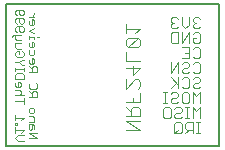
<source format=gbr>
G04 EAGLE Gerber RS-274X export*
G75*
%MOMM*%
%FSLAX34Y34*%
%LPD*%
%INSilkscreen Bottom*%
%IPPOS*%
%AMOC8*
5,1,8,0,0,1.08239X$1,22.5*%
G01*
%ADD10C,0.050800*%
%ADD11C,0.127000*%
%ADD12C,0.076200*%
%ADD13C,0.101600*%


D10*
X20415Y15727D02*
X27533Y15727D01*
X20415Y20472D01*
X27533Y20472D01*
X25161Y23930D02*
X25161Y26302D01*
X23974Y27489D01*
X20415Y27489D01*
X20415Y23930D01*
X21602Y22743D01*
X22788Y23930D01*
X22788Y27489D01*
X20415Y29760D02*
X25161Y29760D01*
X25161Y33319D01*
X23974Y34505D01*
X20415Y34505D01*
X20415Y37962D02*
X20415Y40335D01*
X21602Y41521D01*
X23974Y41521D01*
X25161Y40335D01*
X25161Y37962D01*
X23974Y36776D01*
X21602Y36776D01*
X20415Y37962D01*
X20415Y50809D02*
X27533Y50809D01*
X27533Y54368D01*
X26347Y55554D01*
X23974Y55554D01*
X22788Y54368D01*
X22788Y50809D01*
X22788Y53182D02*
X20415Y55554D01*
X26347Y62571D02*
X27533Y61384D01*
X27533Y59012D01*
X26347Y57825D01*
X21602Y57825D01*
X20415Y59012D01*
X20415Y61384D01*
X21602Y62571D01*
X20415Y71858D02*
X27533Y71858D01*
X27533Y75417D01*
X26347Y76603D01*
X23974Y76603D01*
X22788Y75417D01*
X22788Y71858D01*
X22788Y74231D02*
X20415Y76603D01*
X20415Y80061D02*
X20415Y82433D01*
X20415Y80061D02*
X21602Y78874D01*
X23974Y78874D01*
X25161Y80061D01*
X25161Y82433D01*
X23974Y83620D01*
X22788Y83620D01*
X22788Y78874D01*
X25161Y87077D02*
X25161Y90636D01*
X25161Y87077D02*
X23974Y85891D01*
X21602Y85891D01*
X20415Y87077D01*
X20415Y90636D01*
X20415Y94093D02*
X20415Y96466D01*
X20415Y94093D02*
X21602Y92907D01*
X23974Y92907D01*
X25161Y94093D01*
X25161Y96466D01*
X23974Y97652D01*
X22788Y97652D01*
X22788Y92907D01*
X25161Y99923D02*
X25161Y101110D01*
X20415Y101110D01*
X20415Y102296D02*
X20415Y99923D01*
X27533Y101110D02*
X28720Y101110D01*
X25161Y104601D02*
X20415Y106974D01*
X25161Y109346D01*
X20415Y112804D02*
X20415Y115176D01*
X20415Y112804D02*
X21602Y111617D01*
X23974Y111617D01*
X25161Y112804D01*
X25161Y115176D01*
X23974Y116363D01*
X22788Y116363D01*
X22788Y111617D01*
X20415Y118634D02*
X25161Y118634D01*
X25161Y121006D02*
X22788Y118634D01*
X25161Y121006D02*
X25161Y122193D01*
X16103Y13388D02*
X11358Y13388D01*
X8985Y15761D01*
X11358Y18134D01*
X16103Y18134D01*
X13731Y20405D02*
X16103Y22777D01*
X8985Y22777D01*
X8985Y20405D02*
X8985Y25150D01*
X8985Y27421D02*
X10172Y27421D01*
X10172Y28607D01*
X8985Y28607D01*
X8985Y27421D01*
X13731Y30929D02*
X16103Y33302D01*
X8985Y33302D01*
X8985Y35674D02*
X8985Y30929D01*
X8985Y47335D02*
X16103Y47335D01*
X16103Y49707D02*
X16103Y44962D01*
X16103Y51978D02*
X8985Y51978D01*
X12544Y51978D02*
X13731Y53165D01*
X13731Y55537D01*
X12544Y56724D01*
X8985Y56724D01*
X8985Y60181D02*
X8985Y62554D01*
X8985Y60181D02*
X10172Y58995D01*
X12544Y58995D01*
X13731Y60181D01*
X13731Y62554D01*
X12544Y63740D01*
X11358Y63740D01*
X11358Y58995D01*
X8985Y66011D02*
X16103Y66011D01*
X8985Y66011D02*
X8985Y69570D01*
X10172Y70756D01*
X14917Y70756D01*
X16103Y69570D01*
X16103Y66011D01*
X8985Y73027D02*
X8985Y75400D01*
X8985Y74214D02*
X16103Y74214D01*
X16103Y75400D02*
X16103Y73027D01*
X16103Y77705D02*
X14917Y77705D01*
X12544Y80078D01*
X14917Y82450D01*
X16103Y82450D01*
X12544Y80078D02*
X8985Y80078D01*
X16103Y88280D02*
X14917Y89467D01*
X16103Y88280D02*
X16103Y85908D01*
X14917Y84721D01*
X10172Y84721D01*
X8985Y85908D01*
X8985Y88280D01*
X10172Y89467D01*
X12544Y89467D01*
X12544Y87094D01*
X13731Y91738D02*
X10172Y91738D01*
X8985Y92924D01*
X8985Y96483D01*
X13731Y96483D01*
X13731Y98754D02*
X10172Y98754D01*
X8985Y99940D01*
X8985Y103499D01*
X7799Y103499D02*
X13731Y103499D01*
X7799Y103499D02*
X6613Y102313D01*
X6613Y101127D01*
X10172Y105770D02*
X8985Y106957D01*
X8985Y109329D01*
X10172Y110516D01*
X14917Y110516D01*
X16103Y109329D01*
X16103Y106957D01*
X14917Y105770D01*
X13731Y105770D01*
X12544Y106957D01*
X12544Y110516D01*
X10172Y112787D02*
X8985Y113973D01*
X8985Y116346D01*
X10172Y117532D01*
X14917Y117532D01*
X16103Y116346D01*
X16103Y113973D01*
X14917Y112787D01*
X13731Y112787D01*
X12544Y113973D01*
X12544Y117532D01*
X10172Y119803D02*
X8985Y120990D01*
X8985Y123362D01*
X10172Y124549D01*
X14917Y124549D01*
X16103Y123362D01*
X16103Y120990D01*
X14917Y119803D01*
X13731Y119803D01*
X12544Y120990D01*
X12544Y124549D01*
D11*
X1244Y129506D02*
X181244Y129506D01*
X1244Y129506D02*
X1244Y9506D01*
X181244Y9506D01*
X181244Y129506D01*
D12*
X165513Y116646D02*
X163945Y118213D01*
X160810Y118213D01*
X159242Y116646D01*
X159242Y115078D01*
X160810Y113510D01*
X162377Y113510D01*
X160810Y113510D02*
X159242Y111943D01*
X159242Y110375D01*
X160810Y108807D01*
X163945Y108807D01*
X165513Y110375D01*
X156158Y111943D02*
X156158Y118213D01*
X156158Y111943D02*
X153022Y108807D01*
X149887Y111943D01*
X149887Y118213D01*
X146802Y116646D02*
X145235Y118213D01*
X142099Y118213D01*
X140532Y116646D01*
X140532Y115078D01*
X142099Y113510D01*
X143667Y113510D01*
X142099Y113510D02*
X140532Y111943D01*
X140532Y110375D01*
X142099Y108807D01*
X145235Y108807D01*
X146802Y110375D01*
X159242Y103946D02*
X160810Y105513D01*
X163945Y105513D01*
X165513Y103946D01*
X165513Y97675D01*
X163945Y96107D01*
X160810Y96107D01*
X159242Y97675D01*
X159242Y100810D01*
X162377Y100810D01*
X156158Y96107D02*
X156158Y105513D01*
X149887Y96107D01*
X149887Y105513D01*
X146802Y105513D02*
X146802Y96107D01*
X142099Y96107D01*
X140532Y97675D01*
X140532Y103946D01*
X142099Y105513D01*
X146802Y105513D01*
X160810Y92813D02*
X159242Y91246D01*
X160810Y92813D02*
X163945Y92813D01*
X165513Y91246D01*
X165513Y84975D01*
X163945Y83407D01*
X160810Y83407D01*
X159242Y84975D01*
X156158Y92813D02*
X149887Y92813D01*
X156158Y92813D02*
X156158Y83407D01*
X149887Y83407D01*
X153022Y88110D02*
X156158Y88110D01*
X160810Y80113D02*
X159242Y78546D01*
X160810Y80113D02*
X163945Y80113D01*
X165513Y78546D01*
X165513Y72275D01*
X163945Y70707D01*
X160810Y70707D01*
X159242Y72275D01*
X151455Y80113D02*
X149887Y78546D01*
X151455Y80113D02*
X154590Y80113D01*
X156158Y78546D01*
X156158Y76978D01*
X154590Y75410D01*
X151455Y75410D01*
X149887Y73843D01*
X149887Y72275D01*
X151455Y70707D01*
X154590Y70707D01*
X156158Y72275D01*
X146802Y70707D02*
X146802Y80113D01*
X140532Y70707D01*
X140532Y80113D01*
X159242Y65846D02*
X160810Y67413D01*
X163945Y67413D01*
X165513Y65846D01*
X165513Y64278D01*
X163945Y62710D01*
X160810Y62710D01*
X159242Y61143D01*
X159242Y59575D01*
X160810Y58007D01*
X163945Y58007D01*
X165513Y59575D01*
X151455Y67413D02*
X149887Y65846D01*
X151455Y67413D02*
X154590Y67413D01*
X156158Y65846D01*
X156158Y59575D01*
X154590Y58007D01*
X151455Y58007D01*
X149887Y59575D01*
X146802Y58007D02*
X146802Y67413D01*
X146802Y61143D02*
X140532Y67413D01*
X145235Y62710D02*
X140532Y58007D01*
X165513Y54713D02*
X165513Y45307D01*
X162377Y51578D02*
X165513Y54713D01*
X162377Y51578D02*
X159242Y54713D01*
X159242Y45307D01*
X154590Y54713D02*
X151455Y54713D01*
X154590Y54713D02*
X156158Y53146D01*
X156158Y46875D01*
X154590Y45307D01*
X151455Y45307D01*
X149887Y46875D01*
X149887Y53146D01*
X151455Y54713D01*
X142099Y54713D02*
X140532Y53146D01*
X142099Y54713D02*
X145235Y54713D01*
X146802Y53146D01*
X146802Y51578D01*
X145235Y50010D01*
X142099Y50010D01*
X140532Y48443D01*
X140532Y46875D01*
X142099Y45307D01*
X145235Y45307D01*
X146802Y46875D01*
X137447Y45307D02*
X134312Y45307D01*
X135880Y45307D02*
X135880Y54713D01*
X137447Y54713D02*
X134312Y54713D01*
X165513Y42013D02*
X165513Y32607D01*
X162377Y38878D02*
X165513Y42013D01*
X162377Y38878D02*
X159242Y42013D01*
X159242Y32607D01*
X156158Y32607D02*
X153022Y32607D01*
X154590Y32607D02*
X154590Y42013D01*
X156158Y42013D02*
X153022Y42013D01*
X145218Y42013D02*
X143650Y40446D01*
X145218Y42013D02*
X148353Y42013D01*
X149921Y40446D01*
X149921Y38878D01*
X148353Y37310D01*
X145218Y37310D01*
X143650Y35743D01*
X143650Y34175D01*
X145218Y32607D01*
X148353Y32607D01*
X149921Y34175D01*
X138998Y42013D02*
X135863Y42013D01*
X138998Y42013D02*
X140566Y40446D01*
X140566Y34175D01*
X138998Y32607D01*
X135863Y32607D01*
X134295Y34175D01*
X134295Y40446D01*
X135863Y42013D01*
X162377Y19907D02*
X165513Y19907D01*
X163945Y19907D02*
X163945Y29313D01*
X165513Y29313D02*
X162377Y29313D01*
X159276Y29313D02*
X159276Y19907D01*
X159276Y29313D02*
X154573Y29313D01*
X153005Y27746D01*
X153005Y24610D01*
X154573Y23043D01*
X159276Y23043D01*
X156141Y23043D02*
X153005Y19907D01*
X149921Y21475D02*
X149921Y27746D01*
X148353Y29313D01*
X145218Y29313D01*
X143650Y27746D01*
X143650Y21475D01*
X145218Y19907D01*
X148353Y19907D01*
X149921Y21475D01*
X146785Y23043D02*
X143650Y19907D01*
D13*
X114596Y22788D02*
X102902Y22788D01*
X102902Y30584D02*
X114596Y22788D01*
X114596Y30584D02*
X102902Y30584D01*
X102902Y34482D02*
X114596Y34482D01*
X114596Y40329D01*
X112647Y42278D01*
X108749Y42278D01*
X106800Y40329D01*
X106800Y34482D01*
X106800Y38380D02*
X102902Y42278D01*
X102902Y46176D02*
X114596Y46176D01*
X114596Y53972D01*
X108749Y50074D02*
X108749Y46176D01*
X102902Y57870D02*
X102902Y65666D01*
X102902Y57870D02*
X110698Y65666D01*
X112647Y65666D01*
X114596Y63717D01*
X114596Y59819D01*
X112647Y57870D01*
X114596Y75411D02*
X102902Y75411D01*
X108749Y69564D02*
X114596Y75411D01*
X108749Y77360D02*
X108749Y69564D01*
X114596Y81258D02*
X102902Y81258D01*
X102902Y89054D01*
X104851Y92952D02*
X112647Y92952D01*
X114596Y94901D01*
X114596Y98799D01*
X112647Y100748D01*
X104851Y100748D01*
X102902Y98799D01*
X102902Y94901D01*
X104851Y92952D01*
X112647Y100748D01*
X110698Y104646D02*
X114596Y108544D01*
X102902Y108544D01*
X102902Y104646D02*
X102902Y112442D01*
M02*

</source>
